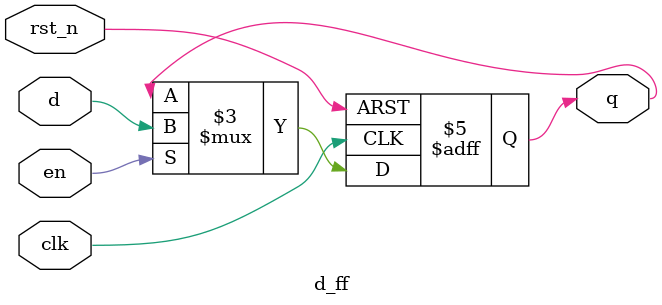
<source format=v>
module d_ff (
           input      clk,
           input      rst_n,
           input      en,
           input      d,
           output reg q
       );

always@(posedge clk or negedge rst_n)
    if (!rst_n)
        q <= 0;
    else if (en)
        q <= d;

endmodule

</source>
